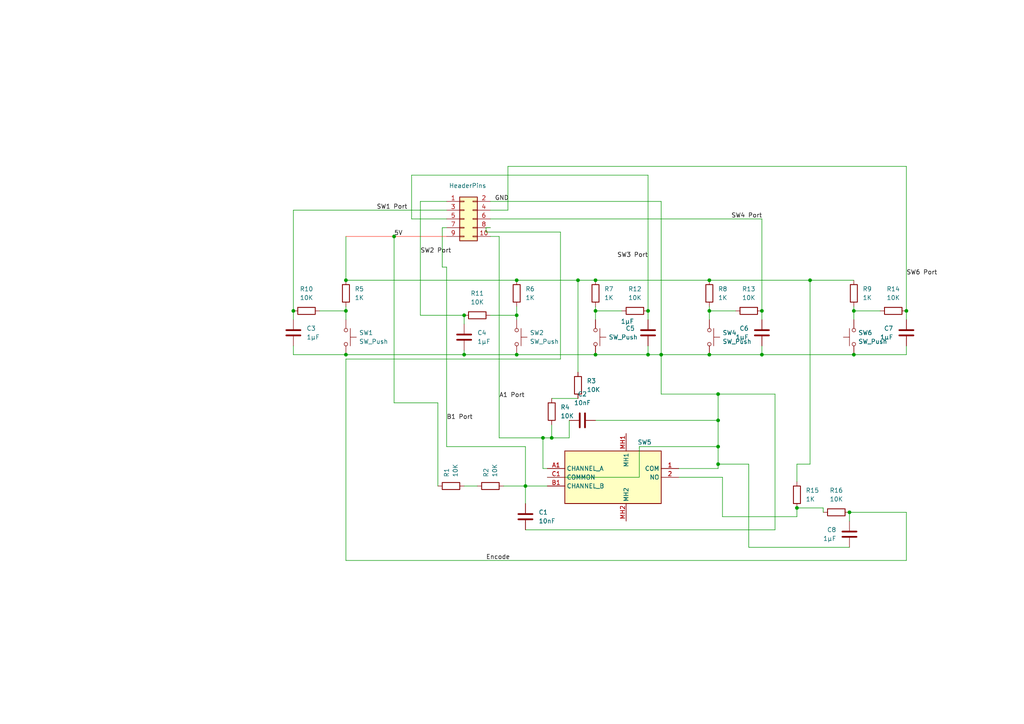
<source format=kicad_sch>
(kicad_sch (version 20250114) (generator "eeschema") (generator_version "9.0")
  (paper "A4")
  (lib_symbols
    (symbol "Connector_Generic:Conn_02x05_Odd_Even" (pin_names (offset 1.016) (hide yes))
      (property "Reference" "J" (at 1.27 7.62 0))
      (property "Value" "Conn_02x05_Odd_Even" (at 1.27 -7.62 0))
      (symbol "Conn_02x05_Odd_Even_1_1"
        (rectangle (start -1.27 6.35) (end 3.81 -6.35) (stroke (width 0.254)) (fill (type background)))
        (rectangle (start -1.27 5.207) (end 0 4.953) (stroke (width 0.1524)))
        (rectangle (start -1.27 2.667) (end 0 2.413) (stroke (width 0.1524)))
        (rectangle (start -1.27 0.127) (end 0 -0.127) (stroke (width 0.1524)))
        (rectangle (start -1.27 -2.413) (end 0 -2.667) (stroke (width 0.1524)))
        (rectangle (start -1.27 -4.953) (end 0 -5.207) (stroke (width 0.1524)))
        (rectangle (start 3.81 5.207) (end 2.54 4.953) (stroke (width 0.1524)))
        (rectangle (start 3.81 2.667) (end 2.54 2.413) (stroke (width 0.1524)))
        (rectangle (start 3.81 0.127) (end 2.54 -0.127) (stroke (width 0.1524)))
        (rectangle (start 3.81 -2.413) (end 2.54 -2.667) (stroke (width 0.1524)))
        (rectangle (start 3.81 -4.953) (end 2.54 -5.207) (stroke (width 0.1524)))
        (pin passive line (at -5.08 5.08 0) (length 3.81) (name "Pin_1") (number "1"))
        (pin passive line (at -5.08 2.54 0) (length 3.81) (name "Pin_3") (number "3"))
        (pin passive line (at -5.08 0 0) (length 3.81) (name "Pin_5") (number "5"))
        (pin passive line (at -5.08 -2.54 0) (length 3.81) (name "Pin_7") (number "7"))
        (pin passive line (at -5.08 -5.08 0) (length 3.81) (name "Pin_9") (number "9"))
        (pin passive line (at 7.62 5.08 180) (length 3.81) (name "Pin_2") (number "2"))
        (pin passive line (at 7.62 2.54 180) (length 3.81) (name "Pin_4") (number "4"))
        (pin passive line (at 7.62 0 180) (length 3.81) (name "Pin_6") (number "6"))
        (pin passive line (at 7.62 -2.54 180) (length 3.81) (name "Pin_8") (number "8"))
        (pin passive line (at 7.62 -5.08 180) (length 3.81) (name "Pin_10") (number "10"))
      )
    )
    (symbol "Device:C" (pin_numbers (hide yes)) (pin_names (offset 0.254))
      (property "Reference" "C" (at 0.635 2.54 0))
      (property "Value" "C" (at 0.635 -2.54 0))
      (symbol "C_0_1"
        (polyline (pts (xy -2.032 0.762) (xy 2.032 0.762)) (stroke (width 0.508)))
        (polyline (pts (xy -2.032 -0.762) (xy 2.032 -0.762)) (stroke (width 0.508)))
      )
      (symbol "C_1_1"
        (pin passive line (at 0 3.81 270) (length 2.794) (name "~") (number "1"))
        (pin passive line (at 0 -3.81 90) (length 2.794) (name "~") (number "2"))
      )
    )
    (symbol "Device:R" (pin_numbers (hide yes)) (pin_names (offset 0))
      (property "Reference" "R" (at 2.032 0 90))
      (property "Value" "R" (at 0 0 90))
      (symbol "R_0_1"
        (rectangle (start -1.016 -2.54) (end 1.016 2.54) (stroke (width 0.254)))
      )
      (symbol "R_1_1"
        (pin passive line (at 0 3.81 270) (length 1.27) (name "~") (number "1"))
        (pin passive line (at 0 -3.81 90) (length 1.27) (name "~") (number "2"))
      )
    )
    (symbol "SamacSys_Parts:PEC11R-4215F-S0024"
      (property "Reference" "U" (at 21.59 15.24 0))
      (property "Value" "PEC11R-4215F-S0024" (at 21.59 12.7 0))
      (symbol "PEC11R-4215F-S0024_1_1"
        (rectangle (start 5.08 10.16) (end 20.32 -17.78) (stroke (width 0.254)) (fill (type background)))
        (pin passive line (at 0 0 0) (length 5.08) (name "MH1") (number "MH1"))
        (pin passive line (at 10.16 15.24 270) (length 5.08) (name "COM") (number "1"))
        (pin passive line (at 10.16 -22.86 90) (length 5.08) (name "CHANNEL_A") (number "A1"))
        (pin passive line (at 12.7 15.24 270) (length 5.08) (name "NO") (number "2"))
        (pin passive line (at 12.7 -22.86 90) (length 5.08) (name "COMMON") (number "C1"))
        (pin passive line (at 15.24 -22.86 90) (length 5.08) (name "CHANNEL_B") (number "B1"))
        (pin passive line (at 25.4 0 180) (length 5.08) (name "MH2") (number "MH2"))
      )
    )
    (symbol "Switch:SW_Push" (pin_numbers (hide yes)) (pin_names (offset 1.016) (hide yes))
      (property "Reference" "SW" (at 1.27 2.54 0))
      (property "Value" "SW_Push" (at 0 -1.524 0))
      (symbol "SW_Push_0_1"
        (circle (center -2.032 0) (radius 0.508))
        (polyline (pts (xy 0 1.27) (xy 0 3.048)))
        (circle (center 2.032 0) (radius 0.508))
        (polyline (pts (xy 2.54 1.27) (xy -2.54 1.27)))
        (pin passive line (at -5.08 0 0) (length 2.54) (name "1") (number "1"))
        (pin passive line (at 5.08 0 180) (length 2.54) (name "2") (number "2"))
      )
    )
  )
  (junction (at 134.62 102.87))
  (junction (at 208.28 121.92))
  (junction (at 149.86 102.87))
  (junction (at 172.72 81.28))
  (junction (at 220.98 90.17))
  (junction (at 205.74 90.17))
  (junction (at 187.96 102.87))
  (junction (at 100.33 90.17))
  (junction (at 187.96 90.17))
  (junction (at 246.38 148.59))
  (junction (at 100.33 102.87))
  (junction (at 157.48 127))
  (junction (at 262.89 90.17))
  (junction (at 167.64 81.28))
  (junction (at 172.72 90.17))
  (junction (at 205.74 102.87))
  (junction (at 134.62 91.44))
  (junction (at 208.28 114.3))
  (junction (at 205.74 81.28))
  (junction (at 85.09 90.17))
  (junction (at 191.77 102.87))
  (junction (at 100.33 81.28))
  (junction (at 160.02 127))
  (junction (at 149.86 91.44))
  (junction (at 149.86 81.28))
  (junction (at 231.14 147.32))
  (junction (at 220.98 102.87))
  (junction (at 247.65 102.87))
  (junction (at 172.72 102.87))
  (junction (at 208.28 134.62))
  (junction (at 247.65 90.17))
  (junction (at 114.3 68.58))
  (junction (at 234.95 81.28))
  (junction (at 152.4 140.97))
  (junction (at 208.28 129.54))
  (wire (pts (xy 172.72 88.9) (xy 172.72 90.17)))
  (wire (pts (xy 149.86 88.9) (xy 149.86 91.44)))
  (wire (pts (xy 205.74 81.28) (xy 234.95 81.28)))
  (wire (pts (xy 92.71 90.17) (xy 100.33 90.17)))
  (wire (pts (xy 185.42 138.43) (xy 185.42 129.54)))
  (wire (pts (xy 224.79 114.3) (xy 208.28 114.3)))
  (wire (pts (xy 187.96 90.17) (xy 187.96 50.8)))
  (wire (pts (xy 172.72 102.87) (xy 187.96 102.87)))
  (wire (pts (xy 262.89 90.17) (xy 262.89 92.71)))
  (wire (pts (xy 85.09 90.17) (xy 85.09 60.96)))
  (wire (pts (xy 191.77 58.42) (xy 191.77 102.87)))
  (wire (pts (xy 119.38 50.8) (xy 187.96 50.8)))
  (wire (pts (xy 208.28 134.62) (xy 208.28 135.89)))
  (wire (pts (xy 152.4 140.97) (xy 152.4 129.54)))
  (wire (pts (xy 187.96 102.87) (xy 191.77 102.87)))
  (wire (pts (xy 158.75 138.43) (xy 185.42 138.43)))
  (wire (pts (xy 157.48 127) (xy 144.78 127)))
  (wire (pts (xy 217.17 134.62) (xy 208.28 134.62)))
  (wire (pts (xy 152.4 140.97) (xy 152.4 146.05)))
  (wire (pts (xy 114.3 116.84) (xy 114.3 68.58)))
  (wire (pts (xy 85.09 90.17) (xy 85.09 92.71)))
  (wire (pts (xy 234.95 81.28) (xy 234.95 134.62)))
  (wire (pts (xy 165.1 121.92) (xy 165.1 127)))
  (wire (pts (xy 100.33 102.87) (xy 134.62 102.87)))
  (wire (pts (xy 220.98 90.17) (xy 220.98 92.71)))
  (wire (pts (xy 119.38 63.5) (xy 119.38 50.8)))
  (wire (pts (xy 147.32 48.26) (xy 147.32 60.96)))
  (wire (pts (xy 152.4 153.67) (xy 224.79 153.67)))
  (wire (pts (xy 262.89 148.59) (xy 246.38 148.59)))
  (wire (pts (xy 149.86 91.44) (xy 149.86 92.71)))
  (wire (pts (xy 205.74 88.9) (xy 205.74 90.17)))
  (wire (pts (xy 246.38 158.75) (xy 217.17 158.75)))
  (wire (pts (xy 85.09 102.87) (xy 100.33 102.87)))
  (wire (pts (xy 114.3 68.58) (xy 100.33 68.58)) (stroke (width 0) (color 255 54 35 1)))
  (wire (pts (xy 191.77 114.3) (xy 208.28 114.3)))
  (wire (pts (xy 128.27 66.04) (xy 128.27 77.47)))
  (wire (pts (xy 224.79 153.67) (xy 224.79 114.3)))
  (wire (pts (xy 209.55 138.43) (xy 209.55 149.86)))
  (wire (pts (xy 172.72 81.28) (xy 205.74 81.28)))
  (wire (pts (xy 134.62 101.6) (xy 134.62 102.87)))
  (wire (pts (xy 134.62 91.44) (xy 121.92 91.44)))
  (wire (pts (xy 255.27 90.17) (xy 247.65 90.17)))
  (wire (pts (xy 180.34 90.17) (xy 172.72 90.17)))
  (wire (pts (xy 100.33 81.28) (xy 149.86 81.28)))
  (wire (pts (xy 134.62 91.44) (xy 134.62 93.98)))
  (wire (pts (xy 220.98 102.87) (xy 247.65 102.87)))
  (wire (pts (xy 85.09 100.33) (xy 85.09 102.87)))
  (wire (pts (xy 85.09 60.96) (xy 129.54 60.96)))
  (wire (pts (xy 134.62 102.87) (xy 149.86 102.87)))
  (wire (pts (xy 129.54 63.5) (xy 119.38 63.5)))
  (wire (pts (xy 142.24 63.5) (xy 220.98 63.5)))
  (wire (pts (xy 129.54 66.04) (xy 128.27 66.04)))
  (wire (pts (xy 134.62 140.97) (xy 138.43 140.97)))
  (wire (pts (xy 160.02 127) (xy 165.1 127)))
  (wire (pts (xy 146.05 140.97) (xy 152.4 140.97)))
  (wire (pts (xy 147.32 60.96) (xy 142.24 60.96)))
  (wire (pts (xy 167.64 81.28) (xy 149.86 81.28)))
  (wire (pts (xy 121.92 58.42) (xy 129.54 58.42)))
  (wire (pts (xy 217.17 158.75) (xy 217.17 134.62)))
  (wire (pts (xy 142.24 91.44) (xy 149.86 91.44)))
  (wire (pts (xy 160.02 123.19) (xy 160.02 127)))
  (wire (pts (xy 196.85 135.89) (xy 208.28 135.89)))
  (wire (pts (xy 100.33 162.56) (xy 262.89 162.56)))
  (wire (pts (xy 100.33 104.14) (xy 162.56 104.14)))
  (wire (pts (xy 128.27 77.47) (xy 129.54 77.47)))
  (wire (pts (xy 238.76 147.32) (xy 238.76 148.59)))
  (wire (pts (xy 100.33 90.17) (xy 100.33 92.71)))
  (wire (pts (xy 213.36 90.17) (xy 205.74 90.17)))
  (wire (pts (xy 129.54 68.58) (xy 114.3 68.58)) (stroke (width 0) (color 255 54 35 1)))
  (wire (pts (xy 149.86 102.87) (xy 172.72 102.87)))
  (wire (pts (xy 208.28 129.54) (xy 208.28 121.92)))
  (wire (pts (xy 127 140.97) (xy 127 116.84)))
  (wire (pts (xy 246.38 148.59) (xy 246.38 151.13)))
  (wire (pts (xy 100.33 162.56) (xy 100.33 104.14)))
  (wire (pts (xy 100.33 68.58) (xy 100.33 81.28)))
  (wire (pts (xy 157.48 127) (xy 160.02 127)))
  (wire (pts (xy 129.54 129.54) (xy 129.54 77.47)))
  (wire (pts (xy 142.24 68.58) (xy 144.78 68.58)))
  (wire (pts (xy 234.95 81.28) (xy 247.65 81.28)))
  (wire (pts (xy 162.56 104.14) (xy 162.56 67.31)))
  (wire (pts (xy 209.55 149.86) (xy 231.14 149.86)))
  (wire (pts (xy 140.97 66.04) (xy 142.24 66.04)))
  (wire (pts (xy 157.48 127) (xy 157.48 135.89)))
  (wire (pts (xy 205.74 90.17) (xy 205.74 92.71)))
  (wire (pts (xy 167.64 115.57) (xy 160.02 115.57)))
  (wire (pts (xy 187.96 100.33) (xy 187.96 102.87)))
  (wire (pts (xy 196.85 138.43) (xy 209.55 138.43)))
  (wire (pts (xy 142.24 58.42) (xy 191.77 58.42)))
  (wire (pts (xy 140.97 67.31) (xy 140.97 66.04)))
  (wire (pts (xy 191.77 102.87) (xy 205.74 102.87)))
  (wire (pts (xy 220.98 63.5) (xy 220.98 90.17)))
  (wire (pts (xy 208.28 129.54) (xy 208.28 134.62)))
  (wire (pts (xy 231.14 139.7) (xy 231.14 134.62)))
  (wire (pts (xy 247.65 90.17) (xy 247.65 92.71)))
  (wire (pts (xy 187.96 90.17) (xy 187.96 92.71)))
  (wire (pts (xy 262.89 162.56) (xy 262.89 148.59)))
  (wire (pts (xy 208.28 121.92) (xy 208.28 114.3)))
  (wire (pts (xy 127 116.84) (xy 114.3 116.84)))
  (wire (pts (xy 247.65 102.87) (xy 262.89 102.87)))
  (wire (pts (xy 162.56 67.31) (xy 140.97 67.31)))
  (wire (pts (xy 121.92 91.44) (xy 121.92 58.42)))
  (wire (pts (xy 191.77 114.3) (xy 191.77 102.87)))
  (wire (pts (xy 231.14 149.86) (xy 231.14 147.32)))
  (wire (pts (xy 205.74 102.87) (xy 220.98 102.87)))
  (wire (pts (xy 144.78 127) (xy 144.78 68.58)))
  (wire (pts (xy 152.4 140.97) (xy 158.75 140.97)))
  (wire (pts (xy 152.4 129.54) (xy 129.54 129.54)))
  (wire (pts (xy 231.14 147.32) (xy 238.76 147.32)))
  (wire (pts (xy 100.33 88.9) (xy 100.33 90.17)))
  (wire (pts (xy 234.95 134.62) (xy 231.14 134.62)))
  (wire (pts (xy 262.89 90.17) (xy 262.89 48.26)))
  (wire (pts (xy 185.42 129.54) (xy 208.28 129.54)))
  (wire (pts (xy 247.65 88.9) (xy 247.65 90.17)))
  (wire (pts (xy 220.98 100.33) (xy 220.98 102.87)))
  (wire (pts (xy 262.89 48.26) (xy 147.32 48.26)))
  (wire (pts (xy 157.48 135.89) (xy 158.75 135.89)))
  (wire (pts (xy 167.64 81.28) (xy 167.64 107.95)))
  (wire (pts (xy 172.72 90.17) (xy 172.72 92.71)))
  (wire (pts (xy 172.72 81.28) (xy 167.64 81.28)))
  (wire (pts (xy 172.72 121.92) (xy 208.28 121.92)))
  (wire (pts (xy 262.89 100.33) (xy 262.89 102.87)))
  (label "SW4 Port" (at 212.09 63.5 0))
  (label "GND" (at 143.51 58.42 0))
  (label "SW2 Port" (at 121.92 73.66 0))
  (label "Encode" (at 140.97 162.56 0))
  (label "SW6 Port" (at 262.89 80.01 0))
  (label "SW3 Port" (at 187.96 74.93 180))
  (label "SW1 Port" (at 109.22 60.96 0))
  (label "B1 Port" (at 129.54 121.92 0))
  (label "A1 Port" (at 144.78 115.57 0))
  (label "5V" (at 114.3 68.58 0))
  (symbol (lib_id "Device:R") (at 231.14 143.51 0) (unit 1)
    (property "Reference" "R15" (at 233.68 142.2399 0) (effects (justify left)))
    (property "Value" "1K" (at 233.68 144.7799 0) (effects (justify left)))
    (property "Footprint" "Resistor_SMD:R_0805_2012Metric_Pad1.20x1.40mm_HandSolder" (effects (hide yes)))
    (property "Description" "Resistor" (effects (hide yes)))
  )
  (symbol (lib_id "Device:R") (at 88.9 90.17 270) (unit 1)
    (property "Reference" "R10" (at 88.9 83.82 90))
    (property "Value" "10K" (at 88.9 86.36 90))
    (property "Footprint" "Resistor_SMD:R_0805_2012Metric_Pad1.20x1.40mm_HandSolder" (effects (hide yes)))
    (property "Description" "Resistor" (effects (hide yes)))
  )
  (symbol (lib_id "Device:R") (at 100.33 85.09 180) (unit 1)
    (property "Reference" "R5" (at 102.87 83.8199 0) (effects (justify right)))
    (property "Value" "1K" (at 102.87 86.3599 0) (effects (justify right)))
    (property "Footprint" "Resistor_SMD:R_0805_2012Metric_Pad1.20x1.40mm_HandSolder" (effects (hide yes)))
    (property "Description" "Resistor" (effects (hide yes)))
  )
  (symbol (lib_id "Device:R") (at 205.74 85.09 0) (unit 1)
    (property "Reference" "R8" (at 208.28 83.8199 0) (effects (justify left)))
    (property "Value" "1K" (at 208.28 86.3599 0) (effects (justify left)))
    (property "Footprint" "Resistor_SMD:R_0805_2012Metric_Pad1.20x1.40mm_HandSolder" (effects (hide yes)))
    (property "Description" "Resistor" (effects (hide yes)))
  )
  (symbol (lib_id "Connector_Generic:Conn_02x05_Odd_Even") (at 134.62 63.5 0) (unit 1)
    (property "Reference" "J1" (effects (hide yes)))
    (property "Value" "HeaderPins" (at 135.636 53.848 0))
    (property "Footprint" "Connector_PinHeader_2.54mm:PinHeader_2x05_P2.54mm_Vertical" (effects (hide yes)))
    (property "Description" "Generic connector, double row, 02x05, odd/even pin numbering scheme (row 1 odd numbers, row 2 even numbers), script generated (kicad-library-utils/schlib/autogen/connector/)" (effects (hide yes)))
  )
  (symbol (lib_id "Device:R") (at 160.02 119.38 0) (unit 1)
    (property "Reference" "R4" (at 162.56 118.1099 0) (effects (justify left)))
    (property "Value" "10K" (at 162.56 120.6499 0) (effects (justify left)))
    (property "Footprint" "Resistor_SMD:R_0805_2012Metric_Pad1.20x1.40mm_HandSolder" (effects (hide yes)))
    (property "Description" "Resistor" (effects (hide yes)))
  )
  (symbol (lib_id "Device:C") (at 246.38 154.94 0) (mirror y) (unit 1)
    (property "Reference" "C8" (at 242.57 153.6699 0) (effects (justify left)))
    (property "Value" "1μF" (at 242.57 156.2099 0) (effects (justify left)))
    (property "Footprint" "Capacitor_SMD:C_0805_2012Metric_Pad1.18x1.45mm_HandSolder" (effects (hide yes)))
    (property "Description" "Unpolarized capacitor" (effects (hide yes)))
  )
  (symbol (lib_id "Switch:SW_Push") (at 247.65 97.79 90) (unit 1)
    (property "Reference" "SW6" (at 248.92 96.5199 90) (effects (justify right)))
    (property "Value" "SW_Push" (at 248.92 99.06 90) (effects (justify right)))
    (property "Footprint" "SamacSys_Parts:SW_PUSH-12mm3D" (effects (hide yes)))
    (property "Description" "Push button switch, generic, two pins" (effects (hide yes)))
  )
  (symbol (lib_id "Device:R") (at 184.15 90.17 90) (mirror x) (unit 1)
    (property "Reference" "R12" (at 184.15 83.82 90))
    (property "Value" "10K" (at 184.15 86.36 90))
    (property "Footprint" "Resistor_SMD:R_0805_2012Metric_Pad1.20x1.40mm_HandSolder" (effects (hide yes)))
    (property "Description" "Resistor" (effects (hide yes)))
  )
  (symbol (lib_id "Device:C") (at 168.91 121.92 90) (unit 1)
    (property "Reference" "C2" (at 168.91 114.3 90))
    (property "Value" "10nF" (at 168.91 116.84 90))
    (property "Footprint" "Capacitor_SMD:C_0805_2012Metric_Pad1.18x1.45mm_HandSolder" (effects (hide yes)))
    (property "Description" "Unpolarized capacitor" (effects (hide yes)))
  )
  (symbol (lib_id "Switch:SW_Push") (at 149.86 97.79 270) (unit 1)
    (property "Reference" "SW2" (at 153.67 96.5199 90) (effects (justify left)))
    (property "Value" "SW_Push" (at 153.67 99.0599 90) (effects (justify left)))
    (property "Footprint" "SamacSys_Parts:SW_PUSH-12mm3D" (effects (hide yes)))
    (property "Description" "Push button switch, generic, two pins" (effects (hide yes)))
  )
  (symbol (lib_id "Device:R") (at 247.65 85.09 0) (unit 1)
    (property "Reference" "R9" (at 250.19 83.8199 0) (effects (justify left)))
    (property "Value" "1K" (at 250.19 86.3599 0) (effects (justify left)))
    (property "Footprint" "Resistor_SMD:R_0805_2012Metric_Pad1.20x1.40mm_HandSolder" (effects (hide yes)))
    (property "Description" "Resistor" (effects (hide yes)))
  )
  (symbol (lib_id "Switch:SW_Push") (at 100.33 97.79 270) (unit 1)
    (property "Reference" "SW1" (at 104.14 96.5199 90) (effects (justify left)))
    (property "Value" "SW_Push" (at 104.14 99.0599 90) (effects (justify left)))
    (property "Footprint" "SamacSys_Parts:SW_PUSH-12mm3D" (effects (hide yes)))
    (property "Description" "Push button switch, generic, two pins" (effects (hide yes)))
  )
  (symbol (lib_id "Device:R") (at 259.08 90.17 90) (mirror x) (unit 1)
    (property "Reference" "R14" (at 259.08 83.82 90))
    (property "Value" "10K" (at 259.08 86.36 90))
    (property "Footprint" "Resistor_SMD:R_0805_2012Metric_Pad1.20x1.40mm_HandSolder" (effects (hide yes)))
    (property "Description" "Resistor" (effects (hide yes)))
  )
  (symbol (lib_id "Device:R") (at 142.24 140.97 90) (unit 1)
    (property "Reference" "R2" (at 140.9699 138.43 0) (effects (justify left)))
    (property "Value" "10K" (at 143.5099 138.43 0) (effects (justify left)))
    (property "Footprint" "Resistor_SMD:R_0805_2012Metric_Pad1.20x1.40mm_HandSolder" (effects (hide yes)))
    (property "Description" "Resistor" (effects (hide yes)))
  )
  (symbol (lib_id "Device:R") (at 167.64 111.76 0) (unit 1)
    (property "Reference" "R3" (at 170.18 110.4899 0) (effects (justify left)))
    (property "Value" "10K" (at 170.18 113.0299 0) (effects (justify left)))
    (property "Footprint" "Resistor_SMD:R_0805_2012Metric_Pad1.20x1.40mm_HandSolder" (effects (hide yes)))
    (property "Description" "Resistor" (effects (hide yes)))
  )
  (symbol (lib_id "Device:C") (at 152.4 149.86 180) (unit 1)
    (property "Reference" "C1" (at 156.21 148.5899 0) (effects (justify right)))
    (property "Value" "10nF" (at 156.21 151.1299 0) (effects (justify right)))
    (property "Footprint" "Capacitor_SMD:C_0805_2012Metric_Pad1.18x1.45mm_HandSolder" (effects (hide yes)))
    (property "Description" "Unpolarized capacitor" (effects (hide yes)))
  )
  (symbol (lib_id "Switch:SW_Push") (at 172.72 97.79 270) (unit 1)
    (property "Reference" "SW3" (effects (hide yes)))
    (property "Value" "SW_Push" (at 176.53 97.7899 90) (effects (justify left)))
    (property "Footprint" "SamacSys_Parts:SW_PUSH-12mm3D" (effects (hide yes)))
    (property "Description" "Push button switch, generic, two pins" (effects (hide yes)))
  )
  (symbol (lib_id "Device:C") (at 85.09 96.52 0) (unit 1)
    (property "Reference" "C3" (at 88.9 95.2499 0) (effects (justify left)))
    (property "Value" "1μF" (at 88.9 97.7899 0) (effects (justify left)))
    (property "Footprint" "Capacitor_SMD:C_0805_2012Metric_Pad1.18x1.45mm_HandSolder" (effects (hide yes)))
    (property "Description" "Unpolarized capacitor" (effects (hide yes)))
  )
  (symbol (lib_id "Device:R") (at 130.81 140.97 90) (unit 1)
    (property "Reference" "R1" (at 129.5399 138.43 0) (effects (justify left)))
    (property "Value" "10K" (at 132.0799 138.43 0) (effects (justify left)))
    (property "Footprint" "Resistor_SMD:R_0805_2012Metric_Pad1.20x1.40mm_HandSolder" (effects (hide yes)))
    (property "Description" "Resistor" (effects (hide yes)))
  )
  (symbol (lib_id "Device:C") (at 262.89 96.52 0) (mirror y) (unit 1)
    (property "Reference" "C7" (at 259.08 95.2499 0) (effects (justify left)))
    (property "Value" "1μF" (at 259.08 97.7899 0) (effects (justify left)))
    (property "Footprint" "Capacitor_SMD:C_0805_2012Metric_Pad1.18x1.45mm_HandSolder" (effects (hide yes)))
    (property "Description" "Unpolarized capacitor" (effects (hide yes)))
  )
  (symbol (lib_id "Device:C") (at 134.62 97.79 0) (unit 1)
    (property "Reference" "C4" (at 138.43 96.5199 0) (effects (justify left)))
    (property "Value" "1μF" (at 138.43 99.0599 0) (effects (justify left)))
    (property "Footprint" "Capacitor_SMD:C_0805_2012Metric_Pad1.18x1.45mm_HandSolder" (effects (hide yes)))
    (property "Description" "Unpolarized capacitor" (effects (hide yes)))
  )
  (symbol (lib_id "Device:R") (at 172.72 85.09 0) (unit 1)
    (property "Reference" "R7" (at 175.26 83.8199 0) (effects (justify left)))
    (property "Value" "1K" (at 175.26 86.3599 0) (effects (justify left)))
    (property "Footprint" "Resistor_SMD:R_0805_2012Metric_Pad1.20x1.40mm_HandSolder" (effects (hide yes)))
    (property "Description" "Resistor" (effects (hide yes)))
  )
  (symbol (lib_id "Switch:SW_Push") (at 205.74 97.79 270) (unit 1)
    (property "Reference" "SW4" (at 209.55 96.5199 90) (effects (justify left)))
    (property "Value" "SW_Push" (at 209.55 99.0599 90) (effects (justify left)))
    (property "Footprint" "SamacSys_Parts:SW_PUSH-12mm3D" (effects (hide yes)))
    (property "Description" "Push button switch, generic, two pins" (effects (hide yes)))
  )
  (symbol (lib_id "SamacSys_Parts:PEC11R-4215F-S0024") (at 181.61 125.73 270) (unit 1)
    (property "Reference" "SW5" (at 184.912 128.27 90) (effects (justify left)))
    (property "Value" "RotaryEncoder_Switch_MP" (effects (hide yes)))
    (property "Footprint" "SamacSys_Parts:PEC11R4215FS0024" (effects (hide yes)))
    (property "Datasheet" "https://www.bourns.com/docs/product-datasheets/pec11r.pdf?sfvrsn=bb617cbf_12" (effects (hide yes)))
    (property "Description" "Rotary Encoder Mechanical 24 Quadrature (Incremental) Vertical 15mm SHAFT w/SWITCH" (effects (hide yes)))
    (property "Height" "21.5" (effects (hide yes)))
    (property "Mouser Part Number" "652-PEC11R-4215F-S24" (effects (hide yes)))
    (property "Mouser Price/Stock" "https://www.mouser.co.uk/ProductDetail/Bourns/PEC11R-4215F-S0024?qs=Zq5ylnUbLm5lAqmKF80wzQ%3D%3D" (effects (hide yes)))
    (property "Manufacturer_Name" "Bourns" (effects (hide yes)))
    (property "Manufacturer_Part_Number" "PEC11R-4215F-S0024" (effects (hide yes)))
  )
  (symbol (lib_id "Device:R") (at 149.86 85.09 0) (unit 1)
    (property "Reference" "R6" (at 152.4 83.8199 0) (effects (justify left)))
    (property "Value" "1K" (at 152.4 86.3599 0) (effects (justify left)))
    (property "Footprint" "Resistor_SMD:R_0805_2012Metric_Pad1.20x1.40mm_HandSolder" (effects (hide yes)))
    (property "Description" "Resistor" (effects (hide yes)))
  )
  (symbol (lib_id "Device:R") (at 217.17 90.17 90) (mirror x) (unit 1)
    (property "Reference" "R13" (at 217.17 83.82 90))
    (property "Value" "10K" (at 217.17 86.36 90))
    (property "Footprint" "Resistor_SMD:R_0805_2012Metric_Pad1.20x1.40mm_HandSolder" (effects (hide yes)))
    (property "Description" "Resistor" (effects (hide yes)))
  )
  (symbol (lib_id "Device:C") (at 220.98 96.52 0) (mirror y) (unit 1)
    (property "Reference" "C6" (at 217.17 95.2499 0) (effects (justify left)))
    (property "Value" "1μF" (at 217.17 97.7899 0) (effects (justify left)))
    (property "Footprint" "Capacitor_SMD:C_0805_2012Metric_Pad1.18x1.45mm_HandSolder" (effects (hide yes)))
    (property "Description" "Unpolarized capacitor" (effects (hide yes)))
  )
  (symbol (lib_id "Device:C") (at 187.96 96.52 0) (mirror y) (unit 1)
    (property "Reference" "C5" (at 184.15 95.2499 0) (effects (justify left)))
    (property "Value" "1μF" (at 183.896 93.218 0) (effects (justify left)))
    (property "Footprint" "Capacitor_SMD:C_0805_2012Metric_Pad1.18x1.45mm_HandSolder" (effects (hide yes)))
    (property "Description" "Unpolarized capacitor" (effects (hide yes)))
  )
  (symbol (lib_id "Device:R") (at 242.57 148.59 90) (mirror x) (unit 1)
    (property "Reference" "R16" (at 242.57 142.24 90))
    (property "Value" "10K" (at 242.57 144.78 90))
    (property "Footprint" "Resistor_SMD:R_0805_2012Metric_Pad1.20x1.40mm_HandSolder" (effects (hide yes)))
    (property "Description" "Resistor" (effects (hide yes)))
  )
  (symbol (lib_id "Device:R") (at 138.43 91.44 270) (unit 1)
    (property "Reference" "R11" (at 138.43 85.09 90))
    (property "Value" "10K" (at 138.43 87.63 90))
    (property "Footprint" "Resistor_SMD:R_0805_2012Metric_Pad1.20x1.40mm_HandSolder" (effects (hide yes)))
    (property "Description" "Resistor" (effects (hide yes)))
  )
)
</source>
